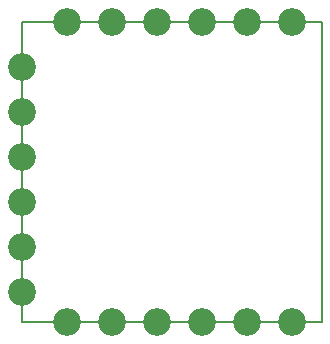
<source format=gbs>
G75*
%MOIN*%
%OFA0B0*%
%FSLAX25Y25*%
%IPPOS*%
%LPD*%
%AMOC8*
5,1,8,0,0,1.08239X$1,22.5*
%
%ADD10C,0.00000*%
%ADD11C,0.00500*%
%ADD12C,0.09258*%
D10*
X0005629Y0005629D02*
X0005629Y0105590D01*
X0105629Y0105629D01*
X0105629Y0005629D01*
X0005629Y0005629D01*
D11*
X0105629Y0005629D01*
X0105629Y0105629D01*
X0005629Y0105629D01*
X0005629Y0005629D01*
D12*
X0005629Y0015629D03*
X0005629Y0030629D03*
X0005629Y0045629D03*
X0005629Y0060629D03*
X0005629Y0075629D03*
X0005629Y0090629D03*
X0020629Y0105629D03*
X0035629Y0105629D03*
X0050629Y0105629D03*
X0065629Y0105629D03*
X0080629Y0105629D03*
X0095629Y0105629D03*
X0095629Y0005629D03*
X0080629Y0005629D03*
X0065629Y0005629D03*
X0050629Y0005629D03*
X0035629Y0005629D03*
X0020629Y0005629D03*
M02*

</source>
